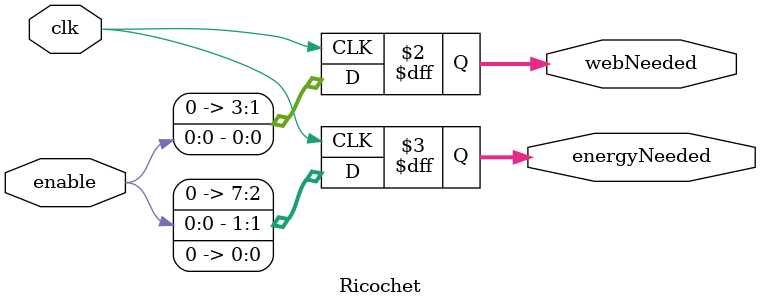
<source format=v>
module DecChoice(input [2:0] select, input enable, output [7:0] out);
	reg [7:0] out_temp;
	
	always @*
		case (select)
			3'b000: out_temp = 8'b10000000; // choice 0
			3'b100: out_temp = 8'b01000000; // choice 1
			3'b010: out_temp = 8'b00100000; // choice 2
			3'b110: out_temp = 8'b00010000; // choice 3
			3'b001: out_temp = 8'b00001000; // choice 4
			3'b101: out_temp = 8'b00000100; // choice 5
			3'b011: out_temp = 8'b00000010; // choice 6
			3'b111: out_temp = 8'b00000001; // choice 7
		endcase
	
	// if the enable is 0 then all bits of the output will be zero
	assign out = enable ? out_temp : 8'b00000000;
endmodule



//==================================================================================
// This module interprets the output of the Decoder module and determines what kind
// of web the user wants to use. This module will also see if enough of the resources
// required for each option are available, and change them accordingly if they are.
// The module will output the adjusted resources as well.
module Decoder(input [7:0] energy, input [5:0] tracers, input [3:0] fluid, input [2:0] select, input enable, input clk, output [7:0] energyOut, output [5:0] tracersOut, output [3:0] fluidOut);
	wire [7:0] choice; // will hold the one-hot binary bit string from the decoder
	
	wire [7:0] energyOut; // will reflect the energy after the user choice executes
	wire [3:0] fluidOut; // will reflect the fluid after the user choice executes
	wire [5:0] tracersOut; // will reflect the tracers after the user choice executes
	
	reg one = 1; // holds a value of 1
	reg zero = 0; // holds a value of 0
	
	// these hold a value of 1 if there are enough resources for the user choice
	// otherwise will hold a value of 0 if there are not enough resources
	wire webNeededSLCheck;
	wire energyNeededSLCheck;
	wire webNeededRCCheck;
	wire energyNeededRCCheck;
	wire webNeededWGCheck;
	wire energyNeededWGCheck;
	wire webNeededTSCheck;
	wire energyNeededTSCheck;
	wire tracersNeededTSCheck;
	wire webNeededRFCheck;
	wire energyNeededRFCheck;
	wire webNeededTCCheck;
	wire energyNeededTCCheck;
	wire tracersNeededTCCheck;
	
	// these temporarily store any sum that comes from checking if there are enough resources
	wire [3:0] webCheckTemp;
	wire [5:0] tracersCheckTemp;
	wire [7:0] energyCheckTemp;
	
	// these hold a 1 if there were enough resources for the user's choice
	// otherwise these hold a 0 if there were not enough resources
	wire checkSL;
	wire checkRC;
	wire checkWG;
	wire checkTS;
	wire checkRF;
	wire checkTC;
	
	// these hold the respective values in binary of how many units of resources are needed for each option
	wire [3:0] webNeededSL;
	wire [7:0] energyNeededSL;
	wire [3:0] webNeededRC;
	wire [7:0] energyNeededRC;
	wire [3:0] webNeededWG;
	wire [7:0] energyNeededWG;
	wire [3:0] webNeededTS;
	wire [7:0] energyNeededTS;
	wire [5:0] tracersNeededTS;
	wire [3:0] webNeededRF;
	wire [7:0] energyNeededRF;
	wire [3:0] webNeededTC;
	wire [7:0] energyNeededTC;
	wire [5:0] tracersNeededTC;

	
	//determine the web that the user wants based off of select bits
	DecChoice deC (select, enable, choice); 
	
	
	// determine how many units of resources are needed for each option
	LoadFluid LF (choice[0], clk, fluid); // select bits mean that user choice is 0
	SwingLine sl1 (choice[1], clk, webNeededSL, energyNeededSL); // select bits mean that user choice is 1
	Ricochet r2 (choice[2], clk, webNeededRC, energyNeededRC); // select bits mean that user choice is 2
	Grenade g3 (choice[3], clk, webNeededWG, energyNeededWG); // select bits mean that user choice is 3
	Taser t4 (choice[4], clk, webNeededTS, energyNeededTS, tracersNeededTS); // select bits mean that user choice is 4
	RapidFire rf5 (choice[5], clk, webNeededRF, energyNeededRF); // select bits mean that user choice is 5
	Tracer t6 (choice[6], clk, webNeededTC, energyNeededTC, tracersNeededTC); // select bits mean that user choice is 6
	
	// use the Subtractor module to see if there are enough resources for each option
	FourBitAdderSubtractor fas1 (fluid, webNeededSL, one, webNeededSLCheck, webCheckTemp);
	EightBitAdderSubtractor eas1 (energy, energyNeededSL, one, energyNeededSLCheck, energyCheckTemp);
	FourBitAdderSubtractor fas2(fluid, webNeededRC, one, webNeededRCCheck, webCheckTemp);
	EightBitAdderSubtractor eas2 (energy, energyNeededRC, one, energyNeededRCCheck, energyCheckTemp);
	FourBitAdderSubtractor fas3 (fluid, webNeededWG, one, webNeededWGCheck, webCheckTemp);
	EightBitAdderSubtractor eas3 (energy, energyNeededWG, one, energyNeededWGCheck, energyCheckTemp);
	FourBitAdderSubtractor fas4 (fluid, webNeededTS, one, webNeededTSCheck, webCheckTemp);
	EightBitAdderSubtractor eas4 (energy, energyNeededTS, one, energyNeededTSCheck, energyCheckTemp);
	SixBitAdderSubtractor sas4 (tracers, tracersNeededTS, one, tracersNeededTSCheck, tracersCheckTemp);
	FourBitAdderSubtractor fas5 (fluid, webNeededRF, one, webNeededRFCheck, webCheckTemp);
	EightBitAdderSubtractor eas5 (energy, energyNeededRF, one, energyNeededRFCheck, energyCheckTemp);
	FourBitAdderSubtractor fas6 (fluid, webNeededTC, one, webNeededTCCheck, webCheckTemp);
	EightBitAdderSubtractor eas6 (energy, energyNeededTC, one, energyNeededTCCheck, energyCheckTemp);
	SixBitAdderSubtractor sas6 (tracers, tracersNeededTS, one, tracersNeededTSCheck, tracersCheckTemp);
	
	
	// check to see if there are enough resources to do the user specified choice
	Checker c1 (webNeededSLCheck, energyNeededSLCheck, one, checkSL); // checks for enough resources (no tracers)
	Checker c2 (webNeededRCCheck, energyNeededRCCheck, one, checkRC); // checks for enough resources
	Checker c3 (webNeededWGCheck, energyNeededWGCheck, one, checkWG); // checks for enough resources
	Checker c4 (webNeededTSCheck, energyNeededTSCheck, tracersNeededTSCheck, checkTS); // checks for enough resources
	Checker c5 (webNeededRFCheck, energyNeededRFCheck, one, checkRF); // checks for enough resources
	Checker c6 (webNeededTCCheck, energyNeededTCCheck, tracersNeededTCCheck, checkTC); // checks for enough resources
	
	
	
	// apply the changes to the resources for the user specified choice
	Fluid fl1 (checkSL, clk, webNeededSL, fluid, zero);
	Energy en1 (checkSL, clk, energyNeededSL, energy, zero);
	Fluid fl2 (checkRC, clk, webNeededRC, fluid, zero);
	Energy en2 (checkRC, clk, energyNeededRC, energy, zero);
	Fluid fl3 (checkWG, clk, webNeededWG, fluid, zero);
	Energy en3 (checkWG, clk, energyNeededWG, energy, zero);
	Fluid fl4 (checkTS, clk, webNeededTS, fluid, zero);
	Energy en4 (checkTS, clk, energyNeededTS, energy, zero);
	SpiderTracer st4 (checkTS, clk, tracersNeededTS, tracers, zero);
	Fluid fl5 (checkRF, clk, webNeededRF, fluid, zero);
	Energy en5 (checkRF, clk, energyNeededRF, energy, zero);
	Fluid fl6 (checkTC, clk, webNeededTC, fluid, zero);
	Energy en6 (checkTC, clk, energyNeededTC, energy, zero);
	SpiderTracer st6 (checkTC, clk, tracersNeededTC, tracers, zero);
	
	
	// show the changes for the resources by outputting/returning them
	assign energyOut = energy;
	assign fluidOut = fluid;
	assign tracersOut = tracers;
endmodule


//==================================================================================
// 











//==================================================================================
// Determines whether the fluid, energy, and tracer resources are enough for the function
module Checker(input fluidCheck, energyCheck, tracerCheck, output out);
	wire out;
	
	and A (out, fluidCheck, energyCheck, tracerCheck); // out = fluidCheck & energyCheck & tracerCheck
endmodule



//==================================================================================
// This module loads the fluid, energy, and tracers needed for the Taser web
module Taser(input enable, input clk, output [3:0] webNeeded, output [7:0] energyNeeded, output [5:0] tracersNeeded);
	reg [3:0] webNeeded;
	reg [7:0] energyNeeded;
	reg [5:0] tracersNeeded;
	
	always @(posedge clk)
	begin
		//0001 if enable, 0 if not enable
		webNeeded[3] = 0;
		webNeeded[2] = 0;
		webNeeded[1] = 0;
		webNeeded[0] = enable;
	
		//00010000 in binary, 16 in decimal if enable, otherwise 0
		energyNeeded[7] = 0;
		energyNeeded[6] = 0;
		energyNeeded[5] = 0;
		energyNeeded[4] = enable;
		energyNeeded[3] = 0;
		energyNeeded[2] = 0;
		energyNeeded[1] = 0;
		energyNeeded[0] = 0;
	
		//001000 in binary, 8 in decimal if enable, otherwise 0
		tracersNeeded[5] = 0;
		tracersNeeded[4] = 0;
		tracersNeeded[3] = enable;
		tracersNeeded[2] = 0;
		tracersNeeded[1] = 0;
		tracersNeeded[0] = 0;
	end
endmodule


//==================================================================================
// This module loads the fluid, energy, and tracers needed for the Tacer web
module Tracer(input enable, input clk, output [3:0] webNeeded, output [7:0] energyNeeded, output [5:0] tracersNeeded);
	reg [3:0] webNeeded;
	reg [7:0] energyNeeded;
	reg [5:0] tracersNeeded;
	
	always @(posedge clk)
	begin
		//0001 if enable, 0 if not enable
		webNeeded[3] = 0;
		webNeeded[2] = 0;
		webNeeded[1] = 0;
		webNeeded[0] = enable;
	
		//00000001 in binary, 1 in decimal if enable, otherwise 0
		energyNeeded[7] = 0;
		energyNeeded[6] = 0;
		energyNeeded[5] = 0;
		energyNeeded[4] = 0;
		energyNeeded[3] = 0;
		energyNeeded[2] = 0;
		energyNeeded[1] = 0;
		energyNeeded[0] = enable;
	
		//000100 in binary, 4 in decimal if enable, otherwise 0
		tracersNeeded[5] = 0;
		tracersNeeded[4] = 0;
		tracersNeeded[3] = 0;
		tracersNeeded[2] = enable;
		tracersNeeded[1] = 0;
		tracersNeeded[0] = 0;
	end
	
endmodule


//==================================================================================
// This module loads the fluid, and energy needed for the web Grenade
module Grenade(input enable, input clk, output [3:0] webNeeded, output [7:0] energyNeeded);
	reg [3:0] webNeeded;
	reg [7:0] energyNeeded;
	
	always @(posedge clk)
	begin
		//1111 if enable, 0 if not enable
		webNeeded[3] = enable;
		webNeeded[2] = enable;
		webNeeded[1] = enable;
		webNeeded[0] = enable;
	
		//00000100 in binary, 4 in decimal if enable, otherwise 0
		energyNeeded[7] = 0;
		energyNeeded[6] = 0;
		energyNeeded[5] = 0;
		energyNeeded[4] = 0;
		energyNeeded[3] = 0;
		energyNeeded[2] = enable;
		energyNeeded[1] = 0;
		energyNeeded[0] = 0;
	end
endmodule


//==================================================================================
// This module loads the fluid, and energy needed for the Swing Line web
module SwingLine(input enable, input clk, output [3:0] webNeeded, output [7:0] energyNeeded);
	reg [3:0] webNeeded;
	reg [7:0] energyNeeded;
	
	always @(posedge clk)
	begin
		//0001 if enable, 0 if not enable
		webNeeded[3] = 0;
		webNeeded[2] = 0;
		webNeeded[1] = 0;
		webNeeded[0] = enable;
	
		//00000001 in binary, 1 in decimal if enable, otherwise 0
		energyNeeded[7] = 0;
		energyNeeded[6] = 0;
		energyNeeded[5] = 0;
		energyNeeded[4] = 0;
		energyNeeded[3] = 0;
		energyNeeded[2] = 0;
		energyNeeded[1] = 0;
		energyNeeded[0] = enable;
	end
endmodule


//==================================================================================
// This module loads the fluid, and energy needed for the Rapid Fire web
module RapidFire(input enable, input clk, output [3:0] webNeeded, output [7:0] energyNeeded);
	reg [3:0] webNeeded;
	reg [7:0] energyNeeded;
	
	always @(posedge clk)
	begin
		//0001 if enable, 0 if not enable
		webNeeded[3] = 0;
		webNeeded[2] = 0;
		webNeeded[1] = 0;
		webNeeded[0] = enable;
	
		//00000001 in binary, 1 in decimal if enable, otherwise 0
		energyNeeded[7] = 0;
		energyNeeded[6] = 0;
		energyNeeded[5] = 0;
		energyNeeded[4] = 0;
		energyNeeded[3] = 0;
		energyNeeded[2] = 0;
		energyNeeded[1] = 0;
		energyNeeded[0] = enable;
	end
endmodule


//==================================================================================
// This module loads the fluid, and energy needed for the Ricochet web
module Ricochet(input enable, input clk, output [3:0] webNeeded, output [7:0] energyNeeded);
	reg [3:0] webNeeded;
	reg [7:0] energyNeeded;
	
	always @(posedge clk)
	begin
		//0001 if enable, 0 if not enable
		webNeeded[3] = 0;
		webNeeded[2] = 0;
		webNeeded[1] = 0;
		webNeeded[0] = enable;
	
		//00000010 in binary, 2 in decimal if enable, otherwise 0
		energyNeeded[7] = 0;
		energyNeeded[6] = 0;
		energyNeeded[5] = 0;
		energyNeeded[4] = 0;
		energyNeeded[3] = 0;
		energyNeeded[2] = 0;
		energyNeeded[1] = enable;
		energyNeeded[0] = 0;
	end
endmodule

</source>
